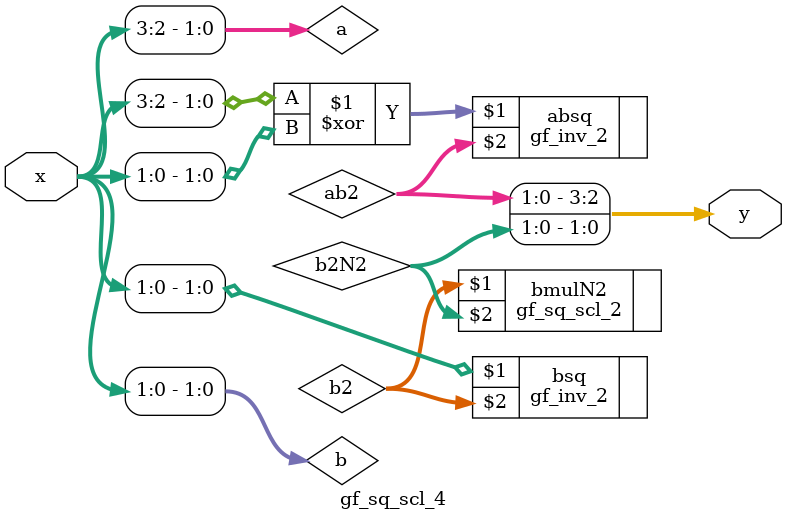
<source format=v>


module gf_sq_scl_4(
        x, 
        y 
    );
    input 			[3 : 0] x;
	output 			[3 : 0] y;
	
	wire [1:0] a, b, ab2, b2, b2N2;
	assign a = x[3:2];
	assign b = x[1:0];
	
	gf_inv_2 absq(a ^ b, ab2);
	gf_inv_2 bsq(b, b2);
	
	gf_sq_scl_2 bmulN2(b2, b2N2);

	assign y = {ab2, b2N2};
endmodule

</source>
